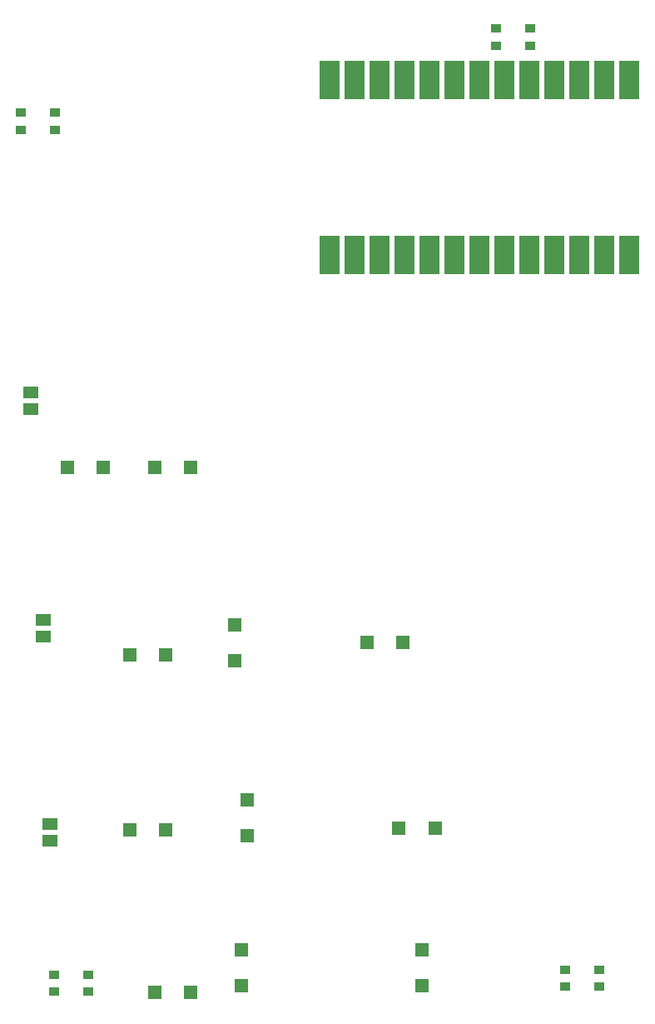
<source format=gbr>
G04 EAGLE Gerber RS-274X export*
G75*
%MOMM*%
%FSLAX34Y34*%
%LPD*%
%INSolderpaste Bottom*%
%IPPOS*%
%AMOC8*
5,1,8,0,0,1.08239X$1,22.5*%
G01*
%ADD10R,1.400000X1.400000*%
%ADD11R,2.000000X4.000000*%
%ADD12R,1.000000X0.850000*%
%ADD13R,1.500000X1.300000*%


D10*
X210100Y558800D03*
X247100Y558800D03*
X387700Y69300D03*
X387700Y32300D03*
X336000Y558800D03*
X299000Y558800D03*
X273600Y368300D03*
X310600Y368300D03*
X381000Y399500D03*
X381000Y362500D03*
X551900Y381000D03*
X514900Y381000D03*
X273600Y190500D03*
X310600Y190500D03*
X393700Y221700D03*
X393700Y184700D03*
X584900Y192500D03*
X547900Y192500D03*
X299000Y25400D03*
X336000Y25400D03*
D11*
X782300Y774700D03*
X756900Y774700D03*
X731500Y774700D03*
X706100Y774700D03*
X680700Y774700D03*
X655300Y774700D03*
X629900Y774700D03*
X604500Y774700D03*
X579100Y774700D03*
X553700Y774700D03*
X528300Y774700D03*
X502900Y774700D03*
X477500Y774700D03*
X477500Y952500D03*
X502900Y952500D03*
X528300Y952500D03*
X553700Y952500D03*
X579100Y952500D03*
X604500Y952500D03*
X629900Y952500D03*
X655300Y952500D03*
X680700Y952500D03*
X706100Y952500D03*
X731500Y952500D03*
X756900Y952500D03*
X782300Y952500D03*
D10*
X571500Y32300D03*
X571500Y69300D03*
D12*
X716400Y31550D03*
X751400Y31550D03*
X716400Y49050D03*
X751400Y49050D03*
X681600Y1005250D03*
X646600Y1005250D03*
X681600Y987750D03*
X646600Y987750D03*
X197800Y919550D03*
X162800Y919550D03*
X197800Y902050D03*
X162800Y902050D03*
X231700Y43750D03*
X196700Y43750D03*
X231700Y26250D03*
X196700Y26250D03*
D13*
X173000Y635500D03*
X173000Y618500D03*
X186000Y404500D03*
X186000Y387500D03*
X193000Y179500D03*
X193000Y196500D03*
M02*

</source>
